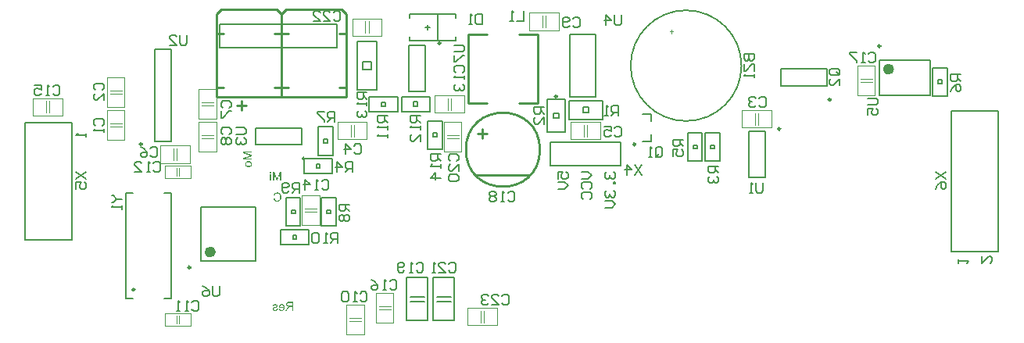
<source format=gbo>
G04 Layer_Color=32896*
%FSLAX25Y25*%
%MOIN*%
G70*
G01*
G75*
%ADD10C,0.00984*%
%ADD11C,0.02362*%
%ADD12C,0.01000*%
%ADD13C,0.00500*%
%ADD14C,0.00787*%
%ADD15C,0.00591*%
%ADD16C,0.00394*%
G36*
X361575Y182193D02*
X358355D01*
X361575Y181105D01*
Y180655D01*
X358407Y179550D01*
X361575D01*
Y179066D01*
X357790D01*
Y179745D01*
X360423Y180650D01*
X360567Y180696D01*
X360688Y180742D01*
X360791Y180776D01*
X360878Y180799D01*
X360941Y180823D01*
X360987Y180840D01*
X361016Y180845D01*
X361028Y180851D01*
X360953Y180874D01*
X360861Y180903D01*
X360768Y180932D01*
X360676Y180961D01*
X360596Y180990D01*
X360532Y181012D01*
X360503Y181018D01*
X360486Y181024D01*
X360475Y181030D01*
X360469D01*
X357790Y181928D01*
Y182677D01*
X361575D01*
Y182193D01*
D02*
G37*
G36*
X369813Y170079D02*
X369346D01*
Y172820D01*
X369813D01*
Y170079D01*
D02*
G37*
G36*
X374173D02*
X373689D01*
Y173299D01*
X372601Y170079D01*
X372151D01*
X371046Y173247D01*
Y170079D01*
X370562D01*
Y173863D01*
X371241D01*
X372146Y171231D01*
X372192Y171087D01*
X372238Y170966D01*
X372272Y170862D01*
X372295Y170776D01*
X372319Y170712D01*
X372336Y170666D01*
X372342Y170638D01*
X372347Y170626D01*
X372370Y170701D01*
X372399Y170793D01*
X372428Y170885D01*
X372457Y170977D01*
X372486Y171058D01*
X372509Y171121D01*
X372514Y171150D01*
X372520Y171167D01*
X372526Y171179D01*
Y171185D01*
X373424Y173863D01*
X374173D01*
Y170079D01*
D02*
G37*
G36*
X540898Y233728D02*
X541653D01*
Y233412D01*
X540898D01*
Y232652D01*
X540577D01*
Y233412D01*
X539822D01*
Y233728D01*
X540577D01*
Y234484D01*
X540898D01*
Y233728D01*
D02*
G37*
G36*
X372578Y165096D02*
X372750Y165073D01*
X372906Y165033D01*
X372975Y165015D01*
X373039Y164992D01*
X373096Y164969D01*
X373154Y164952D01*
X373200Y164929D01*
X373234Y164912D01*
X373269Y164900D01*
X373292Y164889D01*
X373304Y164877D01*
X373309D01*
X373453Y164785D01*
X373586Y164675D01*
X373695Y164566D01*
X373782Y164457D01*
X373856Y164359D01*
X373885Y164318D01*
X373908Y164284D01*
X373926Y164249D01*
X373937Y164226D01*
X373949Y164215D01*
Y164209D01*
X374024Y164042D01*
X374081Y163863D01*
X374116Y163691D01*
X374144Y163529D01*
X374156Y163454D01*
X374162Y163391D01*
X374167Y163328D01*
Y163276D01*
X374173Y163235D01*
Y163207D01*
Y163184D01*
Y163178D01*
X374167Y162976D01*
X374144Y162792D01*
X374110Y162619D01*
X374093Y162539D01*
X374075Y162469D01*
X374058Y162400D01*
X374041Y162343D01*
X374024Y162291D01*
X374006Y162245D01*
X373995Y162210D01*
X373983Y162187D01*
X373977Y162170D01*
Y162164D01*
X373897Y161997D01*
X373799Y161853D01*
X373707Y161726D01*
X373609Y161628D01*
X373528Y161548D01*
X373459Y161490D01*
X373430Y161473D01*
X373413Y161456D01*
X373401Y161450D01*
X373396Y161444D01*
X373321Y161398D01*
X373240Y161363D01*
X373079Y161300D01*
X372912Y161260D01*
X372750Y161225D01*
X372681Y161220D01*
X372612Y161208D01*
X372555Y161202D01*
X372503D01*
X372457Y161196D01*
X372399D01*
X372290Y161202D01*
X372186Y161208D01*
X371996Y161248D01*
X371909Y161271D01*
X371823Y161300D01*
X371748Y161329D01*
X371679Y161358D01*
X371616Y161387D01*
X371564Y161415D01*
X371518Y161444D01*
X371478Y161467D01*
X371443Y161490D01*
X371420Y161507D01*
X371408Y161513D01*
X371403Y161519D01*
X371328Y161582D01*
X371259Y161652D01*
X371144Y161801D01*
X371040Y161957D01*
X370965Y162112D01*
X370930Y162181D01*
X370907Y162245D01*
X370884Y162308D01*
X370861Y162354D01*
X370850Y162400D01*
X370838Y162429D01*
X370832Y162452D01*
Y162458D01*
X371334Y162585D01*
X371380Y162418D01*
X371437Y162268D01*
X371506Y162147D01*
X371570Y162043D01*
X371633Y161968D01*
X371685Y161911D01*
X371720Y161876D01*
X371725Y161870D01*
X371731Y161865D01*
X371846Y161784D01*
X371961Y161726D01*
X372082Y161680D01*
X372192Y161652D01*
X372290Y161634D01*
X372336Y161628D01*
X372370D01*
X372399Y161623D01*
X372440D01*
X372566Y161628D01*
X372687Y161652D01*
X372797Y161680D01*
X372889Y161709D01*
X372969Y161744D01*
X373033Y161767D01*
X373056Y161778D01*
X373073Y161790D01*
X373079Y161795D01*
X373085D01*
X373188Y161870D01*
X373275Y161957D01*
X373349Y162043D01*
X373413Y162135D01*
X373459Y162210D01*
X373488Y162279D01*
X373499Y162302D01*
X373511Y162320D01*
X373517Y162331D01*
Y162337D01*
X373563Y162475D01*
X373597Y162619D01*
X373620Y162763D01*
X373638Y162896D01*
X373643Y162953D01*
X373649Y163005D01*
Y163057D01*
X373655Y163097D01*
Y163132D01*
Y163155D01*
Y163172D01*
Y163178D01*
X373649Y163316D01*
X373638Y163449D01*
X373620Y163570D01*
X373597Y163679D01*
X373574Y163771D01*
X373568Y163812D01*
X373557Y163840D01*
X373551Y163869D01*
X373545Y163886D01*
X373540Y163898D01*
Y163904D01*
X373488Y164030D01*
X373424Y164146D01*
X373355Y164238D01*
X373292Y164318D01*
X373229Y164382D01*
X373177Y164428D01*
X373142Y164457D01*
X373136Y164468D01*
X373131D01*
X373015Y164537D01*
X372895Y164589D01*
X372774Y164629D01*
X372658Y164653D01*
X372555Y164670D01*
X372514Y164675D01*
X372474D01*
X372445Y164681D01*
X372405D01*
X372267Y164675D01*
X372146Y164653D01*
X372036Y164624D01*
X371950Y164589D01*
X371875Y164549D01*
X371823Y164520D01*
X371789Y164497D01*
X371777Y164491D01*
X371685Y164411D01*
X371610Y164318D01*
X371541Y164215D01*
X371489Y164117D01*
X371449Y164030D01*
X371431Y163990D01*
X371414Y163955D01*
X371403Y163927D01*
X371397Y163904D01*
X371391Y163892D01*
Y163886D01*
X370896Y164002D01*
X370965Y164186D01*
X371005Y164272D01*
X371046Y164347D01*
X371092Y164422D01*
X371138Y164491D01*
X371178Y164549D01*
X371224Y164606D01*
X371264Y164653D01*
X371305Y164693D01*
X371345Y164733D01*
X371374Y164762D01*
X371403Y164785D01*
X371420Y164802D01*
X371431Y164808D01*
X371437Y164814D01*
X371512Y164866D01*
X371587Y164912D01*
X371668Y164952D01*
X371748Y164987D01*
X371909Y165038D01*
X372059Y165073D01*
X372128Y165085D01*
X372192Y165090D01*
X372249Y165096D01*
X372295Y165102D01*
X372336Y165108D01*
X372393D01*
X372578Y165096D01*
D02*
G37*
G36*
X360331Y178490D02*
X360452Y178478D01*
X360561Y178461D01*
X360665Y178438D01*
X360757Y178415D01*
X360849Y178386D01*
X360924Y178351D01*
X360999Y178317D01*
X361062Y178288D01*
X361114Y178253D01*
X361160Y178225D01*
X361200Y178196D01*
X361229Y178179D01*
X361252Y178161D01*
X361264Y178150D01*
X361269Y178144D01*
X361333Y178075D01*
X361390Y178000D01*
X361442Y177925D01*
X361483Y177845D01*
X361517Y177770D01*
X361546Y177689D01*
X361592Y177545D01*
X361609Y177476D01*
X361621Y177412D01*
X361627Y177355D01*
X361632Y177309D01*
X361638Y177269D01*
Y177234D01*
Y177217D01*
Y177211D01*
X361632Y177078D01*
X361609Y176957D01*
X361586Y176848D01*
X361552Y176750D01*
X361523Y176670D01*
X361494Y176606D01*
X361488Y176583D01*
X361477Y176566D01*
X361471Y176560D01*
Y176554D01*
X361402Y176445D01*
X361327Y176353D01*
X361252Y176272D01*
X361177Y176209D01*
X361108Y176157D01*
X361056Y176117D01*
X361016Y176093D01*
X361010Y176088D01*
X361005D01*
X360884Y176036D01*
X360745Y175996D01*
X360607Y175967D01*
X360475Y175944D01*
X360411Y175938D01*
X360354Y175932D01*
X360302D01*
X360256Y175926D01*
X360169D01*
X360048Y175932D01*
X359939Y175944D01*
X359829Y175961D01*
X359732Y175984D01*
X359639Y176013D01*
X359559Y176042D01*
X359478Y176076D01*
X359409Y176105D01*
X359351Y176140D01*
X359294Y176174D01*
X359248Y176203D01*
X359213Y176232D01*
X359184Y176255D01*
X359161Y176272D01*
X359150Y176284D01*
X359144Y176289D01*
X359081Y176358D01*
X359023Y176433D01*
X358971Y176508D01*
X358925Y176583D01*
X358891Y176664D01*
X358862Y176739D01*
X358816Y176883D01*
X358799Y176952D01*
X358787Y177015D01*
X358781Y177067D01*
X358775Y177119D01*
X358770Y177159D01*
Y177188D01*
Y177205D01*
Y177211D01*
X358775Y177303D01*
X358781Y177395D01*
X358816Y177562D01*
X358868Y177712D01*
X358896Y177775D01*
X358919Y177833D01*
X358948Y177891D01*
X358977Y177937D01*
X359006Y177977D01*
X359029Y178012D01*
X359046Y178040D01*
X359063Y178058D01*
X359069Y178069D01*
X359075Y178075D01*
X359150Y178150D01*
X359230Y178213D01*
X359317Y178271D01*
X359409Y178317D01*
X359501Y178357D01*
X359593Y178392D01*
X359685Y178420D01*
X359778Y178444D01*
X359864Y178461D01*
X359945Y178472D01*
X360014Y178484D01*
X360077Y178490D01*
X360129D01*
X360169Y178495D01*
X360204D01*
X360331Y178490D01*
D02*
G37*
G36*
X379213Y114646D02*
X378712D01*
Y116328D01*
X378066D01*
X378009Y116322D01*
X377963D01*
X377922Y116316D01*
X377894Y116310D01*
X377870D01*
X377859Y116305D01*
X377853D01*
X377767Y116276D01*
X377698Y116241D01*
X377669Y116224D01*
X377646Y116212D01*
X377634Y116207D01*
X377629Y116201D01*
X377583Y116172D01*
X377542Y116132D01*
X377456Y116051D01*
X377427Y116011D01*
X377398Y115976D01*
X377381Y115953D01*
X377375Y115947D01*
X377318Y115873D01*
X377260Y115792D01*
X377197Y115706D01*
X377139Y115619D01*
X377087Y115544D01*
X377047Y115487D01*
X377035Y115464D01*
X377024Y115446D01*
X377012Y115435D01*
Y115429D01*
X376511Y114646D01*
X375883D01*
X376540Y115671D01*
X376615Y115780D01*
X376690Y115878D01*
X376759Y115965D01*
X376822Y116040D01*
X376874Y116097D01*
X376914Y116143D01*
X376943Y116166D01*
X376955Y116178D01*
X376995Y116212D01*
X377047Y116247D01*
X377145Y116310D01*
X377185Y116333D01*
X377220Y116351D01*
X377243Y116362D01*
X377254Y116368D01*
X377156Y116385D01*
X377064Y116402D01*
X376978Y116426D01*
X376903Y116454D01*
X376828Y116483D01*
X376765Y116512D01*
X376701Y116541D01*
X376649Y116569D01*
X376603Y116598D01*
X376563Y116621D01*
X376528Y116650D01*
X376500Y116667D01*
X376482Y116691D01*
X376465Y116702D01*
X376454Y116714D01*
X376408Y116765D01*
X376367Y116823D01*
X376298Y116938D01*
X376252Y117048D01*
X376223Y117157D01*
X376200Y117249D01*
X376194Y117289D01*
Y117324D01*
X376189Y117353D01*
Y117376D01*
Y117387D01*
Y117393D01*
X376194Y117508D01*
X376212Y117612D01*
X376240Y117710D01*
X376269Y117796D01*
X376298Y117866D01*
X376327Y117917D01*
X376344Y117952D01*
X376350Y117963D01*
X376413Y118056D01*
X376482Y118131D01*
X376552Y118194D01*
X376621Y118240D01*
X376678Y118280D01*
X376724Y118309D01*
X376759Y118321D01*
X376765Y118326D01*
X376770D01*
X376822Y118344D01*
X376880Y118361D01*
X377001Y118384D01*
X377128Y118407D01*
X377248Y118419D01*
X377364Y118424D01*
X377410D01*
X377456Y118430D01*
X379213D01*
Y114646D01*
D02*
G37*
G36*
X374449Y117445D02*
X374547Y117434D01*
X374639Y117416D01*
X374726Y117393D01*
X374812Y117359D01*
X374887Y117330D01*
X374956Y117295D01*
X375019Y117261D01*
X375077Y117220D01*
X375123Y117186D01*
X375169Y117157D01*
X375204Y117128D01*
X375232Y117099D01*
X375250Y117082D01*
X375261Y117071D01*
X375267Y117065D01*
X375330Y116990D01*
X375382Y116909D01*
X375428Y116823D01*
X375469Y116737D01*
X375503Y116644D01*
X375532Y116558D01*
X375572Y116385D01*
X375590Y116305D01*
X375601Y116230D01*
X375607Y116161D01*
X375613Y116103D01*
X375618Y116057D01*
Y116017D01*
Y115993D01*
Y115988D01*
X375613Y115867D01*
X375601Y115752D01*
X375584Y115642D01*
X375561Y115544D01*
X375538Y115452D01*
X375509Y115366D01*
X375474Y115291D01*
X375440Y115222D01*
X375411Y115158D01*
X375376Y115101D01*
X375348Y115055D01*
X375319Y115020D01*
X375302Y114991D01*
X375284Y114968D01*
X375273Y114957D01*
X375267Y114951D01*
X375198Y114888D01*
X375123Y114830D01*
X375048Y114778D01*
X374968Y114738D01*
X374893Y114703D01*
X374812Y114674D01*
X374662Y114628D01*
X374587Y114611D01*
X374524Y114600D01*
X374466Y114594D01*
X374414Y114588D01*
X374374Y114582D01*
X374317D01*
X374144Y114594D01*
X373994Y114617D01*
X373856Y114657D01*
X373746Y114698D01*
X373694Y114721D01*
X373654Y114738D01*
X373620Y114761D01*
X373591Y114778D01*
X373562Y114790D01*
X373545Y114801D01*
X373539Y114813D01*
X373533D01*
X373430Y114905D01*
X373337Y115014D01*
X373268Y115124D01*
X373211Y115227D01*
X373165Y115325D01*
X373147Y115366D01*
X373136Y115400D01*
X373124Y115429D01*
X373118Y115452D01*
X373113Y115464D01*
Y115469D01*
X373591Y115533D01*
X373637Y115429D01*
X373683Y115337D01*
X373729Y115262D01*
X373775Y115204D01*
X373815Y115153D01*
X373850Y115124D01*
X373873Y115101D01*
X373879Y115095D01*
X373948Y115049D01*
X374023Y115020D01*
X374098Y114997D01*
X374167Y114980D01*
X374224Y114968D01*
X374271Y114962D01*
X374317D01*
X374438Y114974D01*
X374547Y114997D01*
X374645Y115037D01*
X374731Y115083D01*
X374795Y115124D01*
X374847Y115164D01*
X374875Y115187D01*
X374887Y115199D01*
X374962Y115297D01*
X375025Y115412D01*
X375065Y115527D01*
X375100Y115636D01*
X375123Y115740D01*
X375129Y115780D01*
X375134Y115821D01*
Y115849D01*
X375140Y115878D01*
Y115890D01*
Y115896D01*
X373101D01*
X373095Y115947D01*
Y115988D01*
Y116011D01*
Y116017D01*
X373101Y116143D01*
X373113Y116259D01*
X373130Y116368D01*
X373147Y116466D01*
X373176Y116564D01*
X373205Y116650D01*
X373239Y116725D01*
X373268Y116800D01*
X373303Y116863D01*
X373337Y116915D01*
X373366Y116961D01*
X373389Y117001D01*
X373412Y117030D01*
X373430Y117053D01*
X373441Y117065D01*
X373447Y117071D01*
X373516Y117140D01*
X373585Y117197D01*
X373660Y117249D01*
X373735Y117289D01*
X373810Y117330D01*
X373885Y117359D01*
X374023Y117405D01*
X374092Y117422D01*
X374150Y117434D01*
X374207Y117439D01*
X374253Y117445D01*
X374294Y117451D01*
X374345D01*
X374449Y117445D01*
D02*
G37*
G36*
X369813Y173333D02*
X369346D01*
Y173863D01*
X369813D01*
Y173333D01*
D02*
G37*
G36*
X371788Y117439D02*
X371851Y117434D01*
X371915Y117422D01*
X371967Y117411D01*
X372001Y117405D01*
X372024Y117393D01*
X372036D01*
X372099Y117370D01*
X372157Y117347D01*
X372208Y117324D01*
X372249Y117301D01*
X372283Y117284D01*
X372306Y117266D01*
X372324Y117261D01*
X372329Y117255D01*
X372381Y117215D01*
X372427Y117169D01*
X372468Y117128D01*
X372496Y117088D01*
X372525Y117053D01*
X372543Y117025D01*
X372554Y117001D01*
X372560Y116996D01*
X372589Y116938D01*
X372606Y116875D01*
X372623Y116817D01*
X372629Y116765D01*
X372635Y116725D01*
X372640Y116685D01*
Y116662D01*
Y116656D01*
X372635Y116581D01*
X372623Y116512D01*
X372612Y116449D01*
X372589Y116397D01*
X372571Y116351D01*
X372560Y116316D01*
X372548Y116293D01*
X372543Y116287D01*
X372502Y116230D01*
X372450Y116178D01*
X372404Y116132D01*
X372352Y116097D01*
X372312Y116068D01*
X372278Y116045D01*
X372249Y116034D01*
X372243Y116028D01*
X372203Y116011D01*
X372157Y115993D01*
X372047Y115953D01*
X371926Y115919D01*
X371811Y115884D01*
X371702Y115849D01*
X371656Y115838D01*
X371609Y115826D01*
X371575Y115815D01*
X371552Y115809D01*
X371534Y115803D01*
X371529D01*
X371460Y115786D01*
X371396Y115769D01*
X371344Y115757D01*
X371293Y115740D01*
X371212Y115711D01*
X371149Y115694D01*
X371102Y115671D01*
X371074Y115659D01*
X371056Y115654D01*
X371051Y115648D01*
X371005Y115613D01*
X370970Y115573D01*
X370947Y115527D01*
X370930Y115492D01*
X370918Y115452D01*
X370912Y115429D01*
Y115406D01*
Y115400D01*
X370918Y115337D01*
X370936Y115279D01*
X370964Y115222D01*
X370987Y115176D01*
X371016Y115141D01*
X371045Y115112D01*
X371062Y115095D01*
X371068Y115089D01*
X371131Y115049D01*
X371206Y115014D01*
X371287Y114991D01*
X371368Y114980D01*
X371437Y114968D01*
X371494Y114962D01*
X371546D01*
X371656Y114968D01*
X371759Y114986D01*
X371840Y115008D01*
X371915Y115037D01*
X371967Y115060D01*
X372007Y115083D01*
X372036Y115101D01*
X372041Y115106D01*
X372099Y115170D01*
X372151Y115239D01*
X372185Y115308D01*
X372214Y115377D01*
X372232Y115441D01*
X372249Y115492D01*
X372254Y115527D01*
Y115533D01*
Y115539D01*
X372715Y115464D01*
X372681Y115308D01*
X372629Y115176D01*
X372571Y115060D01*
X372514Y114968D01*
X372456Y114893D01*
X372410Y114841D01*
X372375Y114813D01*
X372370Y114801D01*
X372364D01*
X372306Y114761D01*
X372249Y114726D01*
X372116Y114674D01*
X371984Y114634D01*
X371851Y114611D01*
X371730Y114594D01*
X371678Y114588D01*
X371632D01*
X371598Y114582D01*
X371546D01*
X371431Y114588D01*
X371321Y114600D01*
X371223Y114617D01*
X371137Y114640D01*
X371068Y114657D01*
X371016Y114674D01*
X370982Y114686D01*
X370970Y114692D01*
X370878Y114738D01*
X370797Y114790D01*
X370728Y114841D01*
X370676Y114893D01*
X370630Y114939D01*
X370596Y114974D01*
X370578Y114997D01*
X370573Y115008D01*
X370527Y115089D01*
X370492Y115164D01*
X370469Y115239D01*
X370452Y115308D01*
X370440Y115360D01*
X370434Y115406D01*
Y115435D01*
Y115446D01*
X370440Y115533D01*
X370452Y115608D01*
X370469Y115677D01*
X370492Y115734D01*
X370515Y115780D01*
X370532Y115815D01*
X370544Y115838D01*
X370550Y115844D01*
X370596Y115901D01*
X370642Y115947D01*
X370694Y115993D01*
X370745Y116028D01*
X370786Y116051D01*
X370820Y116068D01*
X370843Y116080D01*
X370855Y116086D01*
X370895Y116103D01*
X370941Y116120D01*
X371045Y116155D01*
X371160Y116195D01*
X371275Y116230D01*
X371379Y116259D01*
X371425Y116270D01*
X371465Y116281D01*
X371500Y116293D01*
X371523Y116299D01*
X371540Y116305D01*
X371546D01*
X371609Y116322D01*
X371661Y116339D01*
X371753Y116362D01*
X371828Y116385D01*
X371880Y116402D01*
X371920Y116414D01*
X371943Y116420D01*
X371955Y116426D01*
X371961D01*
X372001Y116443D01*
X372041Y116466D01*
X372070Y116483D01*
X372093Y116506D01*
X372128Y116535D01*
X372134Y116541D01*
X372139Y116546D01*
X372168Y116604D01*
X372185Y116656D01*
Y116679D01*
X372191Y116696D01*
Y116708D01*
Y116714D01*
X372185Y116765D01*
X372168Y116811D01*
X372151Y116858D01*
X372122Y116892D01*
X372099Y116921D01*
X372082Y116944D01*
X372064Y116955D01*
X372059Y116961D01*
X372001Y116996D01*
X371926Y117025D01*
X371851Y117042D01*
X371776Y117059D01*
X371707Y117065D01*
X371650Y117071D01*
X371598D01*
X371500Y117065D01*
X371419Y117053D01*
X371344Y117030D01*
X371287Y117013D01*
X371241Y116990D01*
X371206Y116967D01*
X371183Y116955D01*
X371177Y116950D01*
X371126Y116904D01*
X371085Y116846D01*
X371051Y116794D01*
X371028Y116742D01*
X371010Y116696D01*
X370999Y116656D01*
X370993Y116633D01*
Y116621D01*
X370538Y116685D01*
X370561Y116777D01*
X370584Y116858D01*
X370613Y116932D01*
X370636Y116990D01*
X370665Y117036D01*
X370688Y117071D01*
X370699Y117094D01*
X370705Y117099D01*
X370751Y117157D01*
X370809Y117209D01*
X370872Y117249D01*
X370930Y117289D01*
X370982Y117313D01*
X371028Y117336D01*
X371056Y117347D01*
X371062Y117353D01*
X371068D01*
X371160Y117387D01*
X371258Y117411D01*
X371350Y117428D01*
X371442Y117439D01*
X371517Y117445D01*
X371581Y117451D01*
X371713D01*
X371788Y117439D01*
D02*
G37*
%LPC*%
G36*
X378712Y118009D02*
X377519D01*
X377369Y118004D01*
X377243Y117981D01*
X377139Y117958D01*
X377053Y117923D01*
X376989Y117894D01*
X376937Y117866D01*
X376914Y117842D01*
X376903Y117837D01*
X376839Y117768D01*
X376788Y117693D01*
X376753Y117618D01*
X376730Y117549D01*
X376718Y117485D01*
X376707Y117439D01*
Y117405D01*
Y117399D01*
Y117393D01*
X376713Y117324D01*
X376724Y117261D01*
X376742Y117203D01*
X376759Y117157D01*
X376776Y117111D01*
X376793Y117082D01*
X376805Y117059D01*
X376811Y117053D01*
X376851Y117001D01*
X376897Y116955D01*
X376949Y116915D01*
X376995Y116881D01*
X377035Y116858D01*
X377070Y116840D01*
X377093Y116834D01*
X377104Y116829D01*
X377179Y116806D01*
X377266Y116788D01*
X377358Y116777D01*
X377444Y116771D01*
X377519Y116765D01*
X377583Y116760D01*
X378712D01*
Y118009D01*
D02*
G37*
G36*
X374368Y117071D02*
X374340D01*
X374276Y117065D01*
X374213Y117059D01*
X374103Y117030D01*
X374006Y116984D01*
X373919Y116932D01*
X373856Y116881D01*
X373804Y116840D01*
X373775Y116806D01*
X373764Y116800D01*
Y116794D01*
X373712Y116725D01*
X373677Y116639D01*
X373643Y116552D01*
X373620Y116472D01*
X373602Y116397D01*
X373591Y116333D01*
Y116310D01*
X373585Y116293D01*
Y116281D01*
Y116276D01*
X375117D01*
X375100Y116402D01*
X375071Y116518D01*
X375031Y116616D01*
X374991Y116696D01*
X374950Y116765D01*
X374916Y116811D01*
X374893Y116840D01*
X374881Y116852D01*
X374795Y116927D01*
X374703Y116979D01*
X374616Y117019D01*
X374530Y117042D01*
X374455Y117059D01*
X374392Y117065D01*
X374368Y117071D01*
D02*
G37*
G36*
X360262Y178017D02*
X360112D01*
X360025Y178006D01*
X359939Y177994D01*
X359864Y177983D01*
X359789Y177965D01*
X359726Y177948D01*
X359668Y177925D01*
X359616Y177902D01*
X359570Y177885D01*
X359530Y177862D01*
X359495Y177845D01*
X359467Y177827D01*
X359449Y177816D01*
X359432Y177804D01*
X359421Y177793D01*
X359374Y177747D01*
X359334Y177700D01*
X359265Y177603D01*
X359219Y177505D01*
X359190Y177412D01*
X359167Y177332D01*
X359161Y177269D01*
X359156Y177245D01*
Y177228D01*
Y177217D01*
Y177211D01*
Y177148D01*
X359167Y177090D01*
X359196Y176980D01*
X359242Y176883D01*
X359288Y176796D01*
X359334Y176733D01*
X359380Y176681D01*
X359409Y176652D01*
X359415Y176641D01*
X359421D01*
X359530Y176560D01*
X359651Y176502D01*
X359783Y176462D01*
X359904Y176433D01*
X360020Y176416D01*
X360066Y176410D01*
X360106D01*
X360146Y176405D01*
X360290D01*
X360383Y176416D01*
X360469Y176428D01*
X360544Y176439D01*
X360619Y176456D01*
X360688Y176479D01*
X360745Y176497D01*
X360797Y176520D01*
X360843Y176543D01*
X360884Y176560D01*
X360918Y176583D01*
X360947Y176600D01*
X360970Y176612D01*
X360987Y176623D01*
X360993Y176635D01*
X360999D01*
X361045Y176681D01*
X361085Y176727D01*
X361149Y176819D01*
X361195Y176917D01*
X361223Y177009D01*
X361246Y177090D01*
X361252Y177153D01*
X361258Y177176D01*
Y177194D01*
Y177205D01*
Y177211D01*
X361252Y177274D01*
X361246Y177338D01*
X361218Y177447D01*
X361177Y177551D01*
X361125Y177631D01*
X361079Y177700D01*
X361039Y177752D01*
X361010Y177781D01*
X360999Y177793D01*
X360947Y177833D01*
X360889Y177868D01*
X360763Y177925D01*
X360630Y177960D01*
X360503Y177989D01*
X360388Y178006D01*
X360336Y178012D01*
X360296D01*
X360262Y178017D01*
D02*
G37*
%LPD*%
D10*
X491752Y206024D02*
G03*
X491752Y206024I-492J0D01*
G01*
X311673Y123661D02*
G03*
X311673Y123661I-492J0D01*
G01*
X314823Y185768D02*
G03*
X314823Y185768I-492J0D01*
G01*
X335453Y133130D02*
G03*
X335453Y133130I-492J0D01*
G01*
X384252Y179528D02*
G03*
X384252Y179528I-492J0D01*
G01*
X525197Y185669D02*
G03*
X525197Y185669I-492J0D01*
G01*
X586949Y192264D02*
G03*
X586949Y192264I-492J0D01*
G01*
X608504Y204724D02*
G03*
X608504Y204724I-492J0D01*
G01*
X629646Y227559D02*
G03*
X629646Y227559I-492J0D01*
G01*
X442067Y228799D02*
G03*
X442067Y228799I-492J0D01*
G01*
D11*
X345000Y139724D02*
G03*
X345000Y139724I-1181J0D01*
G01*
X634291Y217717D02*
G03*
X634291Y217717I-1181J0D01*
G01*
D12*
X484440Y183346D02*
G03*
X484440Y183346I-15779J0D01*
G01*
X374252Y205827D02*
Y241260D01*
Y205827D02*
X401811D01*
Y241260D01*
X399843Y243228D02*
X401811Y241260D01*
X376220Y243228D02*
X399843D01*
X374252Y241260D02*
X376220Y243228D01*
X398858Y232992D02*
X401811D01*
X398858Y209764D02*
X401811D01*
X374252D02*
X377205D01*
X374252Y232992D02*
X377205D01*
X346535Y205827D02*
Y241260D01*
Y205827D02*
X374095D01*
Y241260D01*
X372126Y243228D02*
X374095Y241260D01*
X348504Y243228D02*
X372126D01*
X346535Y241260D02*
X348504Y243228D01*
X371142Y232992D02*
X374095D01*
X371142Y209764D02*
X374095D01*
X346535D02*
X349488D01*
X346535Y232992D02*
X349488D01*
X483425Y203189D02*
Y232716D01*
X453898Y203189D02*
Y232716D01*
X475551Y203189D02*
X483425D01*
X475551Y232716D02*
X483425D01*
X453898Y203189D02*
X461772D01*
X453898Y232716D02*
X461772D01*
X458032Y190236D02*
X461969D01*
X460000Y188268D02*
Y192205D01*
X457638Y172520D02*
X479685D01*
X355276Y202054D02*
X359274D01*
X357275Y204053D02*
Y200055D01*
D13*
X570394Y219213D02*
G03*
X570394Y219213I-23622J0D01*
G01*
D14*
X497165Y206024D02*
Y232402D01*
X508189Y206024D02*
Y232402D01*
X497165Y206024D02*
X508189D01*
X497165Y232402D02*
X508189D01*
X347756Y226811D02*
Y236811D01*
Y226811D02*
X397756D01*
X347756Y236811D02*
X397756D01*
Y226811D02*
Y236811D01*
X285000Y145000D02*
Y195000D01*
X265000Y145000D02*
Y195000D01*
X285000D01*
X265000Y145000D02*
X285000D01*
X324173Y119921D02*
X327126D01*
X307835Y164803D02*
X310787D01*
X307835Y119921D02*
Y164803D01*
Y119921D02*
X310787D01*
X324173Y164803D02*
X327126D01*
Y119921D02*
Y164803D01*
X320236Y186929D02*
Y226299D01*
X327323Y186929D02*
Y226299D01*
X320236Y186929D02*
X327323D01*
X320236Y226299D02*
X327323D01*
X339882Y135787D02*
Y159016D01*
X363110Y135787D02*
Y159016D01*
X339882Y135787D02*
X363110D01*
X339882Y159016D02*
X363110D01*
X363071Y185433D02*
X382756D01*
X363071Y192520D02*
X382756D01*
Y185433D02*
Y192520D01*
X363071Y185433D02*
Y192520D01*
X429126Y120685D02*
X435126D01*
X429126Y118685D02*
X435126D01*
X436654Y110531D02*
Y128839D01*
X427598Y110531D02*
Y128839D01*
X436654D01*
X427598Y110531D02*
X436654D01*
X440465Y120685D02*
X446465D01*
X440465Y118685D02*
X446465D01*
X447992Y110531D02*
Y128839D01*
X438937Y110531D02*
Y128839D01*
X447992D01*
X438937Y110531D02*
X447992D01*
X428780Y229882D02*
X448465D01*
X428780Y241299D02*
X448465D01*
X428780Y229882D02*
Y231653D01*
Y239528D02*
Y241299D01*
X435709Y235433D02*
X437677D01*
X436693Y234449D02*
Y236417D01*
X448465Y229882D02*
Y231653D01*
Y239528D02*
Y241299D01*
X440984Y229882D02*
Y241299D01*
X488858Y186417D02*
X518858D01*
Y176417D02*
Y186417D01*
X488858Y176417D02*
X518858D01*
X488858D02*
Y186417D01*
X528346Y186850D02*
X531890D01*
Y190000D01*
X528346Y198661D02*
X531890D01*
Y195512D02*
Y198661D01*
X580551Y171575D02*
Y191260D01*
X573465Y171575D02*
Y191260D01*
X580551D01*
X573465Y171575D02*
X580551D01*
X587323Y210630D02*
Y217717D01*
X607008Y210630D02*
Y217717D01*
X587323D02*
X607008D01*
X587323Y210630D02*
X607008D01*
X629173Y221654D02*
X650827D01*
X629173Y206693D02*
X650827D01*
X629173D02*
Y221654D01*
X650827Y206693D02*
Y221654D01*
X660000Y140000D02*
Y200000D01*
X680000D01*
Y140000D02*
Y200000D01*
X660000Y140000D02*
X680000D01*
X428583Y208110D02*
X435669D01*
X428583Y227795D02*
X435669D01*
X428583Y208110D02*
Y227795D01*
X435669Y208110D02*
Y227795D01*
X301812Y163779D02*
X302534D01*
X303977Y162336D01*
X302534Y160893D01*
X301812D01*
X303977Y162336D02*
X306142D01*
Y159450D02*
Y158007D01*
Y158729D01*
X301812D01*
X302534Y159450D01*
X447954Y228031D02*
X451562D01*
X452283Y227310D01*
Y225867D01*
X451562Y225145D01*
X447954D01*
Y223702D02*
Y220816D01*
X448676D01*
X451562Y223702D01*
X452283D01*
X519200Y240729D02*
Y237122D01*
X518478Y236400D01*
X517035D01*
X516314Y237122D01*
Y240729D01*
X512706Y236400D02*
Y240729D01*
X514871Y238565D01*
X511984D01*
X470815Y164868D02*
X471536Y165589D01*
X472979D01*
X473701Y164868D01*
Y161981D01*
X472979Y161260D01*
X471536D01*
X470815Y161981D01*
X469372Y161260D02*
X467928D01*
X468650D01*
Y165589D01*
X469372Y164868D01*
X465764D02*
X465042Y165589D01*
X463599D01*
X462878Y164868D01*
Y164146D01*
X463599Y163425D01*
X462878Y162703D01*
Y161981D01*
X463599Y161260D01*
X465042D01*
X465764Y161981D01*
Y162703D01*
X465042Y163425D01*
X465764Y164146D01*
Y164868D01*
X465042Y163425D02*
X463599D01*
X571419Y224252D02*
X575748D01*
Y222087D01*
X575027Y221366D01*
X574305D01*
X573583Y222087D01*
Y224252D01*
Y222087D01*
X572862Y221366D01*
X572140D01*
X571419Y222087D01*
Y224252D01*
Y219923D02*
Y217037D01*
X572140D01*
X575027Y219923D01*
X575748D01*
Y217037D01*
Y215593D02*
Y214150D01*
Y214872D01*
X571419D01*
X572140Y215593D01*
X347716Y125274D02*
Y121666D01*
X346995Y120945D01*
X345552D01*
X344830Y121666D01*
Y125274D01*
X340501D02*
X341944Y124553D01*
X343387Y123109D01*
Y121666D01*
X342666Y120945D01*
X341223D01*
X340501Y121666D01*
Y122388D01*
X341223Y123109D01*
X343387D01*
X624332Y205354D02*
X627940D01*
X628661Y204633D01*
Y203190D01*
X627940Y202468D01*
X624332D01*
Y198139D02*
Y201025D01*
X626497D01*
X625775Y199582D01*
Y198860D01*
X626497Y198139D01*
X627940D01*
X628661Y198860D01*
Y200304D01*
X627940Y201025D01*
X354726Y192756D02*
X358334D01*
X359055Y192034D01*
Y190591D01*
X358334Y189870D01*
X354726D01*
X355447Y188427D02*
X354726Y187705D01*
Y186262D01*
X355447Y185540D01*
X356169D01*
X356891Y186262D01*
Y186984D01*
Y186262D01*
X357612Y185540D01*
X358334D01*
X359055Y186262D01*
Y187705D01*
X358334Y188427D01*
X333858Y232361D02*
Y228753D01*
X333137Y228031D01*
X331694D01*
X330972Y228753D01*
Y232361D01*
X326643Y228031D02*
X329529D01*
X326643Y230918D01*
Y231639D01*
X327364Y232361D01*
X328807D01*
X329529Y231639D01*
X579528Y169369D02*
Y165761D01*
X578806Y165039D01*
X577363D01*
X576641Y165761D01*
Y169369D01*
X575198Y165039D02*
X573755D01*
X574477D01*
Y169369D01*
X575198Y168647D01*
X442205Y181417D02*
X437875D01*
Y179253D01*
X438597Y178531D01*
X440040D01*
X440762Y179253D01*
Y181417D01*
Y179974D02*
X442205Y178531D01*
Y177088D02*
Y175645D01*
Y176366D01*
X437875D01*
X438597Y177088D01*
X442205Y171316D02*
X437875D01*
X440040Y173480D01*
Y170594D01*
X410709Y207874D02*
X406379D01*
Y205709D01*
X407101Y204988D01*
X408544D01*
X409266Y205709D01*
Y207874D01*
Y206431D02*
X410709Y204988D01*
Y203545D02*
Y202102D01*
Y202823D01*
X406379D01*
X407101Y203545D01*
Y199937D02*
X406379Y199215D01*
Y197772D01*
X407101Y197051D01*
X407822D01*
X408544Y197772D01*
Y198494D01*
Y197772D01*
X409266Y197051D01*
X409987D01*
X410709Y197772D01*
Y199215D01*
X409987Y199937D01*
X433386Y197795D02*
X429057D01*
Y195631D01*
X429778Y194909D01*
X431221D01*
X431943Y195631D01*
Y197795D01*
Y196352D02*
X433386Y194909D01*
Y193466D02*
Y192023D01*
Y192744D01*
X429057D01*
X429778Y193466D01*
X433386Y186972D02*
Y189858D01*
X430500Y186972D01*
X429778D01*
X429057Y187694D01*
Y189137D01*
X429778Y189858D01*
X419528Y197795D02*
X415198D01*
Y195631D01*
X415920Y194909D01*
X417363D01*
X418084Y195631D01*
Y197795D01*
Y196352D02*
X419528Y194909D01*
Y193466D02*
Y192023D01*
Y192744D01*
X415198D01*
X415920Y193466D01*
X419528Y189858D02*
Y188415D01*
Y189137D01*
X415198D01*
X415920Y189858D01*
X398110Y143622D02*
Y147951D01*
X395946D01*
X395224Y147230D01*
Y145787D01*
X395946Y145065D01*
X398110D01*
X396667D02*
X395224Y143622D01*
X393781D02*
X392338D01*
X393059D01*
Y147951D01*
X393781Y147230D01*
X390173D02*
X389452Y147951D01*
X388008D01*
X387287Y147230D01*
Y144344D01*
X388008Y143622D01*
X389452D01*
X390173Y144344D01*
Y147230D01*
X381732Y165039D02*
Y169369D01*
X379568D01*
X378846Y168647D01*
Y167204D01*
X379568Y166482D01*
X381732D01*
X380289D02*
X378846Y165039D01*
X377403Y165761D02*
X376681Y165039D01*
X375238D01*
X374517Y165761D01*
Y168647D01*
X375238Y169369D01*
X376681D01*
X377403Y168647D01*
Y167926D01*
X376681Y167204D01*
X374517D01*
X403150Y160000D02*
X398820D01*
Y157835D01*
X399542Y157114D01*
X400985D01*
X401707Y157835D01*
Y160000D01*
Y158557D02*
X403150Y157114D01*
X399542Y155671D02*
X398820Y154949D01*
Y153506D01*
X399542Y152785D01*
X400263D01*
X400985Y153506D01*
X401707Y152785D01*
X402428D01*
X403150Y153506D01*
Y154949D01*
X402428Y155671D01*
X401707D01*
X400985Y154949D01*
X400263Y155671D01*
X399542D01*
X400985Y154949D02*
Y153506D01*
X396850Y195276D02*
Y199605D01*
X394686D01*
X393964Y198883D01*
Y197440D01*
X394686Y196719D01*
X396850D01*
X395407D02*
X393964Y195276D01*
X392521Y199605D02*
X389635D01*
Y198883D01*
X392521Y195997D01*
Y195276D01*
X663937Y215433D02*
X659608D01*
Y213268D01*
X660329Y212547D01*
X661772D01*
X662494Y213268D01*
Y215433D01*
Y213990D02*
X663937Y212547D01*
X659608Y208218D02*
X660329Y209661D01*
X661772Y211104D01*
X663215D01*
X663937Y210382D01*
Y208939D01*
X663215Y208218D01*
X662494D01*
X661772Y208939D01*
Y211104D01*
X545512Y187716D02*
X541183D01*
Y185552D01*
X541904Y184830D01*
X543347D01*
X544069Y185552D01*
Y187716D01*
Y186273D02*
X545512Y184830D01*
X541183Y180501D02*
Y183387D01*
X543347D01*
X542626Y181944D01*
Y181223D01*
X543347Y180501D01*
X544790D01*
X545512Y181223D01*
Y182666D01*
X544790Y183387D01*
X404410Y173858D02*
Y178188D01*
X402245D01*
X401523Y177466D01*
Y176023D01*
X402245Y175301D01*
X404410D01*
X402966D02*
X401523Y173858D01*
X397916D02*
Y178188D01*
X400080Y176023D01*
X397194D01*
X560630Y176378D02*
X556301D01*
Y174213D01*
X557022Y173492D01*
X558465D01*
X559187Y174213D01*
Y176378D01*
Y174935D02*
X560630Y173492D01*
X557022Y172049D02*
X556301Y171327D01*
Y169884D01*
X557022Y169162D01*
X557744D01*
X558465Y169884D01*
Y170606D01*
Y169884D01*
X559187Y169162D01*
X559908D01*
X560630Y169884D01*
Y171327D01*
X559908Y172049D01*
X486299Y201575D02*
X481970D01*
Y199410D01*
X482691Y198689D01*
X484135D01*
X484856Y199410D01*
Y201575D01*
Y200132D02*
X486299Y198689D01*
Y194359D02*
Y197246D01*
X483413Y194359D01*
X482691D01*
X481970Y195081D01*
Y196524D01*
X482691Y197246D01*
X517795Y197795D02*
Y202125D01*
X515631D01*
X514909Y201403D01*
Y199960D01*
X515631Y199238D01*
X517795D01*
X516352D02*
X514909Y197795D01*
X513466D02*
X512023D01*
X512744D01*
Y202125D01*
X513466Y201403D01*
X611562Y215067D02*
X608676D01*
X607954Y215788D01*
Y217231D01*
X608676Y217953D01*
X611562D01*
X612284Y217231D01*
Y215788D01*
X610840Y216510D02*
X612284Y215067D01*
Y215788D02*
X611562Y215067D01*
X612284Y210737D02*
Y213623D01*
X609397Y210737D01*
X608676D01*
X607954Y211459D01*
Y212902D01*
X608676Y213623D01*
X533807Y180879D02*
Y183765D01*
X534528Y184487D01*
X535971D01*
X536693Y183765D01*
Y180879D01*
X535971Y180157D01*
X534528D01*
X535250Y181601D02*
X533807Y180157D01*
X534528D02*
X533807Y180879D01*
X532364Y180157D02*
X530921D01*
X531642D01*
Y184487D01*
X532364Y183765D01*
X653308Y173858D02*
X657638Y170972D01*
X653308D02*
X657638Y173858D01*
X653308Y166643D02*
X654030Y168086D01*
X655473Y169529D01*
X656916D01*
X657638Y168807D01*
Y167364D01*
X656916Y166643D01*
X656195D01*
X655473Y167364D01*
Y169529D01*
X286694Y173858D02*
X291024Y170972D01*
X286694D02*
X291024Y173858D01*
X286694Y166643D02*
Y169529D01*
X288859D01*
X288137Y168086D01*
Y167364D01*
X288859Y166643D01*
X290302D01*
X291024Y167364D01*
Y168807D01*
X290302Y169529D01*
X527874Y176928D02*
X524988Y172598D01*
Y176928D02*
X527874Y172598D01*
X521380D02*
Y176928D01*
X523545Y174763D01*
X520658D01*
X477480Y242440D02*
Y238110D01*
X474594D01*
X473151D02*
X471708D01*
X472429D01*
Y242440D01*
X473151Y241718D01*
X459842Y241180D02*
Y236850D01*
X457678D01*
X456956Y237572D01*
Y240458D01*
X457678Y241180D01*
X459842D01*
X455513Y236850D02*
X454070D01*
X454792D01*
Y241180D01*
X455513Y240458D01*
X468295Y120773D02*
X469016Y121495D01*
X470460D01*
X471181Y120773D01*
Y117887D01*
X470460Y117165D01*
X469016D01*
X468295Y117887D01*
X463966Y117165D02*
X466852D01*
X463966Y120052D01*
Y120773D01*
X464687Y121495D01*
X466130D01*
X466852Y120773D01*
X462523D02*
X461801Y121495D01*
X460358D01*
X459636Y120773D01*
Y120052D01*
X460358Y119330D01*
X461079D01*
X460358D01*
X459636Y118608D01*
Y117887D01*
X460358Y117165D01*
X461801D01*
X462523Y117887D01*
X396484Y241718D02*
X397205Y242440D01*
X398649D01*
X399370Y241718D01*
Y238832D01*
X398649Y238110D01*
X397205D01*
X396484Y238832D01*
X392155Y238110D02*
X395041D01*
X392155Y240997D01*
Y241718D01*
X392876Y242440D01*
X394319D01*
X395041Y241718D01*
X387825Y238110D02*
X390711D01*
X387825Y240997D01*
Y241718D01*
X388547Y242440D01*
X389990D01*
X390711Y241718D01*
X445618Y134631D02*
X446339Y135353D01*
X447782D01*
X448504Y134631D01*
Y131745D01*
X447782Y131024D01*
X446339D01*
X445618Y131745D01*
X441288Y131024D02*
X444175D01*
X441288Y133910D01*
Y134631D01*
X442010Y135353D01*
X443453D01*
X444175Y134631D01*
X439845Y131024D02*
X438402D01*
X439124D01*
Y135353D01*
X439845Y134631D01*
X446156Y178531D02*
X445435Y179253D01*
Y180696D01*
X446156Y181417D01*
X449042D01*
X449764Y180696D01*
Y179253D01*
X449042Y178531D01*
X449764Y174202D02*
Y177088D01*
X446878Y174202D01*
X446156D01*
X445435Y174923D01*
Y176366D01*
X446156Y177088D01*
Y172759D02*
X445435Y172037D01*
Y170594D01*
X446156Y169872D01*
X449042D01*
X449764Y170594D01*
Y172037D01*
X449042Y172759D01*
X446156D01*
X431760Y134631D02*
X432481Y135353D01*
X433924D01*
X434646Y134631D01*
Y131745D01*
X433924Y131024D01*
X432481D01*
X431760Y131745D01*
X430316Y131024D02*
X428873D01*
X429595D01*
Y135353D01*
X430316Y134631D01*
X426709Y131745D02*
X425987Y131024D01*
X424544D01*
X423822Y131745D01*
Y134631D01*
X424544Y135353D01*
X425987D01*
X426709Y134631D01*
Y133910D01*
X425987Y133188D01*
X423822D01*
X624515Y224080D02*
X625237Y224802D01*
X626680D01*
X627402Y224080D01*
Y221194D01*
X626680Y220472D01*
X625237D01*
X624515Y221194D01*
X623072Y220472D02*
X621629D01*
X622351D01*
Y224802D01*
X623072Y224080D01*
X619464Y224802D02*
X616578D01*
Y224080D01*
X619464Y221194D01*
Y220472D01*
X420421Y127072D02*
X421142Y127794D01*
X422585D01*
X423307Y127072D01*
Y124186D01*
X422585Y123465D01*
X421142D01*
X420421Y124186D01*
X418978Y123465D02*
X417535D01*
X418256D01*
Y127794D01*
X418978Y127072D01*
X412484Y127794D02*
X413927Y127072D01*
X415370Y125629D01*
Y124186D01*
X414648Y123465D01*
X413205D01*
X412484Y124186D01*
Y124908D01*
X413205Y125629D01*
X415370D01*
X276799Y210222D02*
X277520Y210944D01*
X278963D01*
X279685Y210222D01*
Y207336D01*
X278963Y206614D01*
X277520D01*
X276799Y207336D01*
X275356Y206614D02*
X273913D01*
X274634D01*
Y210944D01*
X275356Y210222D01*
X268862Y210944D02*
X271748D01*
Y208779D01*
X270305Y209500D01*
X269583D01*
X268862Y208779D01*
Y207336D01*
X269583Y206614D01*
X271026D01*
X271748Y207336D01*
X391444Y169907D02*
X392166Y170628D01*
X393609D01*
X394331Y169907D01*
Y167021D01*
X393609Y166299D01*
X392166D01*
X391444Y167021D01*
X390001Y166299D02*
X388558D01*
X389280D01*
Y170628D01*
X390001Y169907D01*
X384229Y166299D02*
Y170628D01*
X386394Y168464D01*
X383507D01*
X448676Y216326D02*
X447954Y217048D01*
Y218491D01*
X448676Y219213D01*
X451562D01*
X452283Y218491D01*
Y217048D01*
X451562Y216326D01*
X452283Y214883D02*
Y213440D01*
Y214162D01*
X447954D01*
X448676Y214883D01*
Y211276D02*
X447954Y210554D01*
Y209111D01*
X448676Y208389D01*
X449397D01*
X450119Y209111D01*
Y209832D01*
Y209111D01*
X450840Y208389D01*
X451562D01*
X452283Y209111D01*
Y210554D01*
X451562Y211276D01*
X319634Y177466D02*
X320355Y178188D01*
X321798D01*
X322520Y177466D01*
Y174580D01*
X321798Y173858D01*
X320355D01*
X319634Y174580D01*
X318190Y173858D02*
X316747D01*
X317469D01*
Y178188D01*
X318190Y177466D01*
X311696Y173858D02*
X314583D01*
X311696Y176744D01*
Y177466D01*
X312418Y178188D01*
X313861D01*
X314583Y177466D01*
X336011Y118253D02*
X336733Y118975D01*
X338176D01*
X338898Y118253D01*
Y115367D01*
X338176Y114646D01*
X336733D01*
X336011Y115367D01*
X334568Y114646D02*
X333125D01*
X333847D01*
Y118975D01*
X334568Y118253D01*
X330961Y114646D02*
X329518D01*
X330239D01*
Y118975D01*
X330961Y118253D01*
X407822Y122033D02*
X408544Y122755D01*
X409987D01*
X410709Y122033D01*
Y119147D01*
X409987Y118425D01*
X408544D01*
X407822Y119147D01*
X406379Y118425D02*
X404936D01*
X405658D01*
Y122755D01*
X406379Y122033D01*
X402772D02*
X402050Y122755D01*
X400607D01*
X399885Y122033D01*
Y119147D01*
X400607Y118425D01*
X402050D01*
X402772Y119147D01*
Y122033D01*
X498531Y239198D02*
X499253Y239920D01*
X500696D01*
X501417Y239198D01*
Y236312D01*
X500696Y235591D01*
X499253D01*
X498531Y236312D01*
X497088D02*
X496367Y235591D01*
X494923D01*
X494202Y236312D01*
Y239198D01*
X494923Y239920D01*
X496367D01*
X497088Y239198D01*
Y238477D01*
X496367Y237755D01*
X494202D01*
X349148Y189870D02*
X348427Y190591D01*
Y192034D01*
X349148Y192756D01*
X352034D01*
X352756Y192034D01*
Y190591D01*
X352034Y189870D01*
X349148Y188427D02*
X348427Y187705D01*
Y186262D01*
X349148Y185540D01*
X349870D01*
X350591Y186262D01*
X351313Y185540D01*
X352034D01*
X352756Y186262D01*
Y187705D01*
X352034Y188427D01*
X351313D01*
X350591Y187705D01*
X349870Y188427D01*
X349148D01*
X350591Y187705D02*
Y186262D01*
X349148Y201208D02*
X348427Y201930D01*
Y203373D01*
X349148Y204095D01*
X352034D01*
X352756Y203373D01*
Y201930D01*
X352034Y201208D01*
X348427Y199765D02*
Y196879D01*
X349148D01*
X352034Y199765D01*
X352756D01*
X318374Y183765D02*
X319095Y184487D01*
X320538D01*
X321260Y183765D01*
Y180879D01*
X320538Y180157D01*
X319095D01*
X318374Y180879D01*
X314044Y184487D02*
X315487Y183765D01*
X316931Y182322D01*
Y180879D01*
X316209Y180157D01*
X314766D01*
X314044Y180879D01*
Y181601D01*
X314766Y182322D01*
X316931D01*
X516169Y192584D02*
X516890Y193306D01*
X518334D01*
X519055Y192584D01*
Y189698D01*
X518334Y188976D01*
X516890D01*
X516169Y189698D01*
X511840Y193306D02*
X514726D01*
Y191141D01*
X513283Y191863D01*
X512561D01*
X511840Y191141D01*
Y189698D01*
X512561Y188976D01*
X514004D01*
X514726Y189698D01*
X405303Y185025D02*
X406024Y185747D01*
X407467D01*
X408189Y185025D01*
Y182139D01*
X407467Y181417D01*
X406024D01*
X405303Y182139D01*
X401695Y181417D02*
Y185747D01*
X403860Y183582D01*
X400974D01*
X577901Y205183D02*
X578623Y205904D01*
X580066D01*
X580787Y205183D01*
Y202296D01*
X580066Y201575D01*
X578623D01*
X577901Y202296D01*
X576458Y205183D02*
X575737Y205904D01*
X574293D01*
X573572Y205183D01*
Y204461D01*
X574293Y203740D01*
X575015D01*
X574293D01*
X573572Y203018D01*
Y202296D01*
X574293Y201575D01*
X575737D01*
X576458Y202296D01*
X294975Y208767D02*
X294253Y209489D01*
Y210932D01*
X294975Y211653D01*
X297861D01*
X298583Y210932D01*
Y209489D01*
X297861Y208767D01*
X298583Y204438D02*
Y207324D01*
X295696Y204438D01*
X294975D01*
X294253Y205160D01*
Y206603D01*
X294975Y207324D01*
Y193649D02*
X294253Y194371D01*
Y195814D01*
X294975Y196535D01*
X297861D01*
X298583Y195814D01*
Y194371D01*
X297861Y193649D01*
X298583Y192206D02*
Y190763D01*
Y191485D01*
X294253D01*
X294975Y192206D01*
X291024Y190236D02*
Y188793D01*
Y189515D01*
X286694D01*
X287416Y190236D01*
X663000Y135000D02*
Y136443D01*
Y135722D01*
X667329D01*
X666608Y135000D01*
X673000Y137886D02*
Y135000D01*
X675886Y137886D01*
X676608D01*
X677329Y137165D01*
Y135722D01*
X676608Y135000D01*
X492049Y170972D02*
Y173858D01*
X494213D01*
X493492Y172415D01*
Y171694D01*
X494213Y170972D01*
X495656D01*
X496378Y171694D01*
Y173137D01*
X495656Y173858D01*
X492049Y169529D02*
X494935D01*
X496378Y168086D01*
X494935Y166643D01*
X492049D01*
X502127Y173858D02*
X505014D01*
X506457Y172415D01*
X505014Y170972D01*
X502127D01*
X502849Y166643D02*
X502127Y167364D01*
Y168807D01*
X502849Y169529D01*
X505735D01*
X506457Y168807D01*
Y167364D01*
X505735Y166643D01*
X502849Y162313D02*
X502127Y163035D01*
Y164478D01*
X502849Y165200D01*
X505735D01*
X506457Y164478D01*
Y163035D01*
X505735Y162313D01*
X512928Y173858D02*
X512206Y173137D01*
Y171694D01*
X512928Y170972D01*
X513649D01*
X514371Y171694D01*
Y172415D01*
Y171694D01*
X515092Y170972D01*
X515814D01*
X516535Y171694D01*
Y173137D01*
X515814Y173858D01*
X516535Y169529D02*
X515814D01*
Y168807D01*
X516535D01*
Y169529D01*
X512928Y165921D02*
X512206Y165200D01*
Y163757D01*
X512928Y163035D01*
X513649D01*
X514371Y163757D01*
Y164478D01*
Y163757D01*
X515092Y163035D01*
X515814D01*
X516535Y163757D01*
Y165200D01*
X515814Y165921D01*
X512206Y161592D02*
X515092D01*
X516535Y160149D01*
X515092Y158706D01*
X512206D01*
D15*
X408839Y217638D02*
Y220787D01*
X412677D01*
Y217638D02*
Y220787D01*
X408839Y217638D02*
X412677D01*
X406673Y229547D02*
X414744D01*
X406673Y208878D02*
Y229547D01*
Y208878D02*
X414744D01*
Y229547D01*
X393858Y186299D02*
Y187874D01*
X392185Y186299D02*
X393858D01*
X392185D02*
Y187874D01*
X393858D01*
X389921Y193091D02*
X396220D01*
X389921Y180984D02*
Y193091D01*
Y180984D02*
X396220D01*
Y193091D01*
X389134Y175591D02*
X390709D01*
X389134D02*
Y177264D01*
X390709D01*
Y175591D02*
Y177264D01*
X395925Y173228D02*
Y179528D01*
X383819D02*
X395925D01*
X383819Y173228D02*
Y179528D01*
Y173228D02*
X395925D01*
X393543Y156063D02*
Y157638D01*
X395216D01*
Y156063D02*
Y157638D01*
X393543Y156063D02*
X395216D01*
X391181Y150847D02*
X397480D01*
Y162953D01*
X391181D02*
X397480D01*
X391181Y150847D02*
Y162953D01*
X378425Y156063D02*
Y157638D01*
X380098D01*
Y156063D02*
Y157638D01*
X378425Y156063D02*
X380098D01*
X376063Y150847D02*
X382362D01*
Y162953D01*
X376063D02*
X382362D01*
X376063Y150847D02*
Y162953D01*
X379055Y146929D02*
X380630D01*
Y145256D02*
Y146929D01*
X379055Y145256D02*
X380630D01*
X379055D02*
Y146929D01*
X373839Y142992D02*
Y149291D01*
Y142992D02*
X385945D01*
Y149291D01*
X373839D02*
X385945D01*
X416850Y203622D02*
X418425D01*
Y201949D02*
Y203622D01*
X416850Y201949D02*
X418425D01*
X416850D02*
Y203622D01*
X411634Y199685D02*
Y205984D01*
Y199685D02*
X423740D01*
Y205984D01*
X411634D02*
X423740D01*
X430709Y202047D02*
X432283D01*
X430709D02*
Y203720D01*
X432283D01*
Y202047D02*
Y203720D01*
X437500Y199685D02*
Y205984D01*
X425394D02*
X437500D01*
X425394Y199685D02*
Y205984D01*
Y199685D02*
X437500D01*
X438898Y188819D02*
Y190394D01*
X440571D01*
Y188819D02*
Y190394D01*
X438898Y188819D02*
X440571D01*
X436535Y183602D02*
X442835D01*
Y195709D01*
X436535D02*
X442835D01*
X436535Y183602D02*
Y195709D01*
X497008Y196378D02*
X511181D01*
Y204252D01*
X497008Y196378D02*
Y204252D01*
X511181D01*
X503012Y201398D02*
X505177D01*
Y199134D02*
Y201398D01*
X503012Y199134D02*
X505177D01*
X503012D02*
Y201398D01*
X495276Y190866D02*
Y205039D01*
X487402D02*
X495276D01*
X487402Y190866D02*
X495276D01*
X487402D02*
Y205039D01*
X490256Y196870D02*
Y199035D01*
X492520D01*
Y196870D02*
Y199035D01*
X490256Y196870D02*
X492520D01*
X549764Y183780D02*
Y185354D01*
X551437D01*
Y183780D02*
Y185354D01*
X549764Y183780D02*
X551437D01*
X547402Y178563D02*
X553701D01*
Y190669D01*
X547402D02*
X553701D01*
X547402Y178563D02*
Y190669D01*
X557323Y183780D02*
Y185354D01*
X558996D01*
Y183780D02*
Y185354D01*
X557323Y183780D02*
X558996D01*
X554961Y178563D02*
X561260D01*
Y190669D01*
X554961D02*
X561260D01*
X554961Y178563D02*
Y190669D01*
X655905Y211496D02*
Y213071D01*
X654232Y211496D02*
X655905D01*
X654232D02*
Y213071D01*
X655905D01*
X651968Y218287D02*
X658268D01*
X651968Y206181D02*
Y218287D01*
Y206181D02*
X658268D01*
Y218287D01*
D16*
X268347Y197835D02*
Y205315D01*
X280945D01*
X268347Y197835D02*
X280945D01*
Y205315D01*
X273946Y199075D02*
Y204075D01*
X275346Y199075D02*
Y204075D01*
X335591Y108110D02*
Y113622D01*
X324567Y108110D02*
X335591D01*
X324567D02*
Y113622D01*
X335591D01*
X329479Y109166D02*
Y112566D01*
X330679Y109166D02*
Y112566D01*
X299882Y214173D02*
X307362D01*
Y201575D02*
Y214173D01*
X299882Y201575D02*
Y214173D01*
Y201575D02*
X307362D01*
X301122Y208574D02*
X306122D01*
X301122Y207174D02*
X306122D01*
X299882Y200315D02*
X307362D01*
Y187716D02*
Y200315D01*
X299882Y187716D02*
Y200315D01*
Y187716D02*
X307362D01*
X301122Y194716D02*
X306122D01*
X301122Y193316D02*
X306122D01*
X335591Y171102D02*
Y176614D01*
X324567Y171102D02*
X335591D01*
X324567D02*
Y176614D01*
X335591D01*
X329479Y172158D02*
Y175558D01*
X330679Y172158D02*
Y175558D01*
X322520Y177677D02*
Y185158D01*
X335118D01*
X322520Y177677D02*
X335118D01*
Y185158D01*
X328119Y178917D02*
Y183917D01*
X329519Y178917D02*
Y183917D01*
X338937Y195276D02*
X346417D01*
Y182677D02*
Y195276D01*
X338937Y182677D02*
Y195276D01*
Y182677D02*
X346417D01*
X340177Y189676D02*
X345177D01*
X340177Y188276D02*
X345177D01*
X338937Y196535D02*
X346417D01*
X338937D02*
Y209134D01*
X346417Y196535D02*
Y209134D01*
X338937D02*
X346417D01*
X340177Y202135D02*
X345177D01*
X340177Y203535D02*
X345177D01*
X398110Y187756D02*
Y195236D01*
X410709D01*
X398110Y187756D02*
X410709D01*
Y195236D01*
X403710Y188996D02*
Y193996D01*
X405110Y188996D02*
Y193996D01*
X383032Y151181D02*
X390512D01*
X383032D02*
Y163779D01*
X390512Y151181D02*
Y163779D01*
X383032D02*
X390512D01*
X384272Y156780D02*
X389272D01*
X384272Y158180D02*
X389272D01*
X401929Y117165D02*
X409410D01*
Y104567D02*
Y117165D01*
X401929Y104567D02*
Y117165D01*
Y104567D02*
X409410D01*
X403169Y111566D02*
X408169D01*
X403169Y110166D02*
X408169D01*
X414528Y122205D02*
X422008D01*
Y109606D02*
Y122205D01*
X414528Y109606D02*
Y122205D01*
Y109606D02*
X422008D01*
X415768Y116605D02*
X420768D01*
X415768Y115206D02*
X420768D01*
X453543Y108386D02*
Y115866D01*
X466142D01*
X453543Y108386D02*
X466142D01*
Y115866D01*
X459142Y109626D02*
Y114626D01*
X460542Y109626D02*
Y114626D01*
X443504Y182677D02*
X450984D01*
X443504D02*
Y195276D01*
X450984Y182677D02*
Y195276D01*
X443504D02*
X450984D01*
X444744Y188276D02*
X449744D01*
X444744Y189676D02*
X449744D01*
X439685Y199094D02*
Y206575D01*
X452283D01*
X439685Y199094D02*
X452283D01*
Y206575D01*
X445284Y200335D02*
Y205335D01*
X446684Y200335D02*
Y205335D01*
X417008Y231850D02*
Y239331D01*
X404410Y231850D02*
X417008D01*
X404410Y239331D02*
X417008D01*
X404410Y231850D02*
Y239331D01*
X411409Y233090D02*
Y238090D01*
X410009Y233090D02*
Y238090D01*
X480000Y234370D02*
Y241850D01*
X492598D01*
X480000Y234370D02*
X492598D01*
Y241850D01*
X485599Y235610D02*
Y240610D01*
X486999Y235610D02*
Y240610D01*
X497638Y187756D02*
Y195236D01*
X510236D01*
X497638Y187756D02*
X510236D01*
Y195236D01*
X503237Y188996D02*
Y193996D01*
X504637Y188996D02*
Y193996D01*
X583307Y192795D02*
Y200276D01*
X570709Y192795D02*
X583307D01*
X570709Y200276D02*
X583307D01*
X570709Y192795D02*
Y200276D01*
X577708Y194035D02*
Y199035D01*
X576308Y194035D02*
Y199035D01*
X619882Y206614D02*
X627362D01*
X619882D02*
Y219213D01*
X627362Y206614D02*
Y219213D01*
X619882D02*
X627362D01*
X621122Y212213D02*
X626122D01*
X621122Y213613D02*
X626122D01*
M02*

</source>
